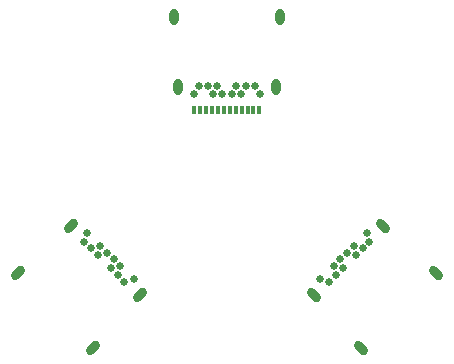
<source format=gbr>
%TF.GenerationSoftware,KiCad,Pcbnew,9.0.4*%
%TF.CreationDate,2025-08-24T11:28:45-04:00*%
%TF.ProjectId,usbc-data-splitter,75736263-2d64-4617-9461-2d73706c6974,rev?*%
%TF.SameCoordinates,Original*%
%TF.FileFunction,Soldermask,Top*%
%TF.FilePolarity,Negative*%
%FSLAX46Y46*%
G04 Gerber Fmt 4.6, Leading zero omitted, Abs format (unit mm)*
G04 Created by KiCad (PCBNEW 9.0.4) date 2025-08-24 11:28:45*
%MOMM*%
%LPD*%
G01*
G04 APERTURE LIST*
G04 Aperture macros list*
%AMHorizOval*
0 Thick line with rounded ends*
0 $1 width*
0 $2 $3 position (X,Y) of the first rounded end (center of the circle)*
0 $4 $5 position (X,Y) of the second rounded end (center of the circle)*
0 Add line between two ends*
20,1,$1,$2,$3,$4,$5,0*
0 Add two circle primitives to create the rounded ends*
1,1,$1,$2,$3*
1,1,$1,$4,$5*%
G04 Aperture macros list end*
%ADD10R,0.300000X0.700000*%
%ADD11C,0.650000*%
%ADD12O,0.800000X1.400000*%
%ADD13HorizOval,0.800000X0.212132X0.212132X-0.212132X-0.212132X0*%
%ADD14HorizOval,0.800000X-0.212132X0.212132X0.212132X-0.212132X0*%
G04 APERTURE END LIST*
D10*
%TO.C,P1*%
X129800000Y-93720000D03*
X129300000Y-93720000D03*
X128800000Y-93720000D03*
X128300000Y-93720001D03*
X127800000Y-93720000D03*
X127300000Y-93720000D03*
X126800000Y-93720000D03*
X126300000Y-93720000D03*
X125800000Y-93720001D03*
X125300000Y-93720000D03*
X124800000Y-93720000D03*
X124300000Y-93720000D03*
D11*
X124250000Y-92410000D03*
X124650000Y-91710000D03*
X125450000Y-91710000D03*
X125850000Y-92410000D03*
X126250000Y-91710000D03*
X126650000Y-92410000D03*
X127450000Y-92410000D03*
X127850000Y-91710000D03*
X128250000Y-92410000D03*
X128650000Y-91710000D03*
X129450000Y-91710000D03*
X129850000Y-92410000D03*
D12*
X131540000Y-85860000D03*
X131180000Y-91810000D03*
X122920000Y-91810000D03*
X122560000Y-85860000D03*
%TD*%
D11*
%TO.C,J1*%
X115193467Y-104096735D03*
X114981335Y-104874552D03*
X115547021Y-105440238D03*
X116324838Y-105228106D03*
X116112706Y-106005923D03*
X116890523Y-105793791D03*
X117456209Y-106359477D03*
X117244077Y-107137294D03*
X118021894Y-106925162D03*
X117809762Y-107702979D03*
X118375448Y-108268665D03*
X119153265Y-108056533D03*
D13*
X115716726Y-113883093D03*
X119669453Y-109421249D03*
X113828751Y-103580547D03*
X109366907Y-107533274D03*
%TD*%
D11*
%TO.C,J2*%
X134946735Y-108056533D03*
X135724552Y-108268665D03*
X136290238Y-107702979D03*
X136078106Y-106925162D03*
X136855923Y-107137294D03*
X136643791Y-106359477D03*
X137209477Y-105793791D03*
X137987294Y-106005923D03*
X137775162Y-105228106D03*
X138552979Y-105440238D03*
X139118665Y-104874552D03*
X138906533Y-104096735D03*
D14*
X144733093Y-107533274D03*
X140271249Y-103580547D03*
X134430547Y-109421249D03*
X138383274Y-113883093D03*
%TD*%
M02*

</source>
